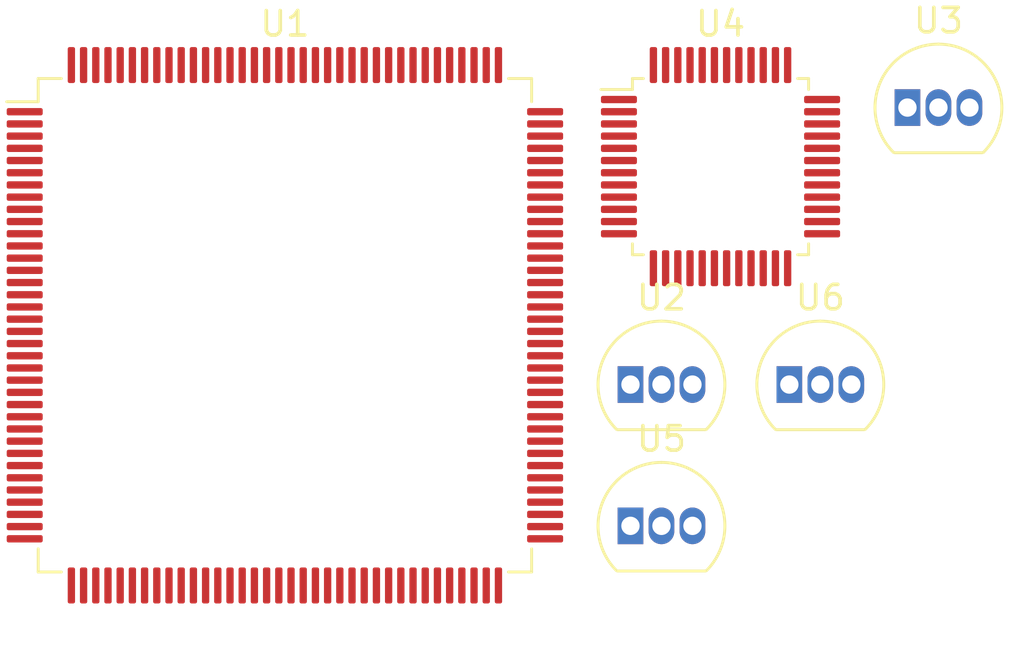
<source format=kicad_pcb>
(kicad_pcb (version 20171130) (host pcbnew "(5.1.8)-1")

  (general
    (thickness 1.6)
    (drawings 0)
    (tracks 0)
    (zones 0)
    (modules 6)
    (nets 195)
  )

  (page A4)
  (layers
    (0 F.Cu signal)
    (31 B.Cu signal)
    (32 B.Adhes user)
    (33 F.Adhes user)
    (34 B.Paste user)
    (35 F.Paste user)
    (36 B.SilkS user)
    (37 F.SilkS user)
    (38 B.Mask user)
    (39 F.Mask user)
    (40 Dwgs.User user)
    (41 Cmts.User user)
    (42 Eco1.User user)
    (43 Eco2.User user)
    (44 Edge.Cuts user)
    (45 Margin user)
    (46 B.CrtYd user)
    (47 F.CrtYd user)
    (48 B.Fab user)
    (49 F.Fab user)
  )

  (setup
    (last_trace_width 0.25)
    (trace_clearance 0.2)
    (zone_clearance 0.508)
    (zone_45_only no)
    (trace_min 0.2)
    (via_size 0.8)
    (via_drill 0.4)
    (via_min_size 0.4)
    (via_min_drill 0.3)
    (uvia_size 0.3)
    (uvia_drill 0.1)
    (uvias_allowed no)
    (uvia_min_size 0.2)
    (uvia_min_drill 0.1)
    (edge_width 0.05)
    (segment_width 0.2)
    (pcb_text_width 0.3)
    (pcb_text_size 1.5 1.5)
    (mod_edge_width 0.12)
    (mod_text_size 1 1)
    (mod_text_width 0.15)
    (pad_size 1.524 1.524)
    (pad_drill 0.762)
    (pad_to_mask_clearance 0)
    (aux_axis_origin 0 0)
    (visible_elements FFFFFF7F)
    (pcbplotparams
      (layerselection 0x010fc_ffffffff)
      (usegerberextensions false)
      (usegerberattributes true)
      (usegerberadvancedattributes true)
      (creategerberjobfile true)
      (excludeedgelayer true)
      (linewidth 0.100000)
      (plotframeref false)
      (viasonmask false)
      (mode 1)
      (useauxorigin false)
      (hpglpennumber 1)
      (hpglpenspeed 20)
      (hpglpendiameter 15.000000)
      (psnegative false)
      (psa4output false)
      (plotreference true)
      (plotvalue true)
      (plotinvisibletext false)
      (padsonsilk false)
      (subtractmaskfromsilk false)
      (outputformat 1)
      (mirror false)
      (drillshape 1)
      (scaleselection 1)
      (outputdirectory ""))
  )

  (net 0 "")
  (net 1 "Net-(U1-Pad144)")
  (net 2 "Net-(U1-Pad143)")
  (net 3 "Net-(U1-Pad142)")
  (net 4 "Net-(U1-Pad141)")
  (net 5 "Net-(U1-Pad140)")
  (net 6 "Net-(U1-Pad139)")
  (net 7 BOOT0)
  (net 8 "Net-(U1-Pad137)")
  (net 9 "Net-(U1-Pad136)")
  (net 10 PB5)
  (net 11 PB4)
  (net 12 PB3)
  (net 13 "Net-(U1-Pad132)")
  (net 14 "Net-(U1-Pad131)")
  (net 15 "Net-(U1-Pad130)")
  (net 16 "Net-(U1-Pad129)")
  (net 17 "Net-(U1-Pad128)")
  (net 18 "Net-(U1-Pad127)")
  (net 19 "Net-(U1-Pad126)")
  (net 20 "Net-(U1-Pad125)")
  (net 21 "Net-(U1-Pad124)")
  (net 22 "Net-(U1-Pad123)")
  (net 23 "Net-(U1-Pad122)")
  (net 24 "Net-(U1-Pad121)")
  (net 25 "Net-(U1-Pad120)")
  (net 26 "Net-(U1-Pad119)")
  (net 27 "Net-(U1-Pad118)")
  (net 28 "Net-(U1-Pad117)")
  (net 29 "Net-(U1-Pad116)")
  (net 30 "Net-(U1-Pad115)")
  (net 31 "Net-(U1-Pad114)")
  (net 32 "Net-(U1-Pad113)")
  (net 33 "Net-(U1-Pad112)")
  (net 34 "Net-(U1-Pad111)")
  (net 35 "Net-(U1-Pad110)")
  (net 36 "Net-(U1-Pad109)")
  (net 37 "Net-(U1-Pad108)")
  (net 38 "Net-(U1-Pad107)")
  (net 39 "Net-(U1-Pad106)")
  (net 40 "Net-(U1-Pad105)")
  (net 41 "Net-(U1-Pad104)")
  (net 42 "Net-(U1-Pad103)")
  (net 43 "Net-(U1-Pad102)")
  (net 44 "Net-(U1-Pad101)")
  (net 45 "Net-(U1-Pad100)")
  (net 46 "Net-(U1-Pad99)")
  (net 47 "Net-(U1-Pad98)")
  (net 48 "Net-(U1-Pad97)")
  (net 49 "Net-(U1-Pad96)")
  (net 50 "Net-(U1-Pad95)")
  (net 51 "Net-(U1-Pad94)")
  (net 52 "Net-(U1-Pad93)")
  (net 53 "Net-(U1-Pad92)")
  (net 54 "Net-(U1-Pad91)")
  (net 55 "Net-(U1-Pad90)")
  (net 56 "Net-(U1-Pad89)")
  (net 57 "Net-(U1-Pad88)")
  (net 58 "Net-(U1-Pad87)")
  (net 59 "Net-(U1-Pad86)")
  (net 60 "Net-(U1-Pad85)")
  (net 61 "Net-(U1-Pad84)")
  (net 62 "Net-(U1-Pad83)")
  (net 63 "Net-(U1-Pad82)")
  (net 64 "Net-(U1-Pad81)")
  (net 65 "Net-(U1-Pad80)")
  (net 66 "Net-(U1-Pad79)")
  (net 67 "Net-(U1-Pad78)")
  (net 68 "Net-(U1-Pad77)")
  (net 69 PB15)
  (net 70 PB14)
  (net 71 PB13)
  (net 72 "Net-(U1-Pad73)")
  (net 73 "Net-(U1-Pad72)")
  (net 74 "Net-(U1-Pad71)")
  (net 75 "Net-(U1-Pad70)")
  (net 76 "Net-(U1-Pad69)")
  (net 77 "Net-(U1-Pad68)")
  (net 78 "Net-(U1-Pad67)")
  (net 79 "Net-(U1-Pad66)")
  (net 80 "Net-(U1-Pad65)")
  (net 81 "Net-(U1-Pad64)")
  (net 82 "Net-(U1-Pad63)")
  (net 83 "Net-(U1-Pad62)")
  (net 84 "Net-(U1-Pad61)")
  (net 85 "Net-(U1-Pad60)")
  (net 86 "Net-(U1-Pad59)")
  (net 87 "Net-(U1-Pad58)")
  (net 88 "Net-(U1-Pad57)")
  (net 89 "Net-(U1-Pad56)")
  (net 90 "Net-(U1-Pad55)")
  (net 91 "Net-(U1-Pad54)")
  (net 92 "Net-(U1-Pad53)")
  (net 93 "Net-(U1-Pad52)")
  (net 94 "Net-(U1-Pad51)")
  (net 95 "Net-(U1-Pad50)")
  (net 96 "Net-(U1-Pad49)")
  (net 97 "Net-(U1-Pad48)")
  (net 98 "Net-(U1-Pad47)")
  (net 99 "Net-(U1-Pad46)")
  (net 100 "Net-(U1-Pad45)")
  (net 101 "Net-(U1-Pad44)")
  (net 102 "Net-(U1-Pad43)")
  (net 103 "Net-(U1-Pad42)")
  (net 104 "Net-(U1-Pad41)")
  (net 105 "Net-(U1-Pad40)")
  (net 106 "Net-(U1-Pad39)")
  (net 107 "Net-(U1-Pad38)")
  (net 108 "Net-(U1-Pad37)")
  (net 109 "Net-(U1-Pad36)")
  (net 110 "Net-(U1-Pad35)")
  (net 111 "Net-(U1-Pad34)")
  (net 112 "Net-(U1-Pad33)")
  (net 113 "Net-(U1-Pad32)")
  (net 114 "Net-(U1-Pad31)")
  (net 115 "Net-(U1-Pad30)")
  (net 116 "Net-(U1-Pad29)")
  (net 117 "Net-(U1-Pad28)")
  (net 118 "Net-(U1-Pad27)")
  (net 119 "Net-(U1-Pad26)")
  (net 120 NRST)
  (net 121 "Net-(U1-Pad24)")
  (net 122 "Net-(U1-Pad23)")
  (net 123 "Net-(U1-Pad22)")
  (net 124 "Net-(U1-Pad21)")
  (net 125 "Net-(U1-Pad20)")
  (net 126 "Net-(U1-Pad19)")
  (net 127 "Net-(U1-Pad18)")
  (net 128 "Net-(U1-Pad17)")
  (net 129 "Net-(U1-Pad16)")
  (net 130 "Net-(U1-Pad15)")
  (net 131 "Net-(U1-Pad14)")
  (net 132 "Net-(U1-Pad13)")
  (net 133 "Net-(U1-Pad12)")
  (net 134 "Net-(U1-Pad11)")
  (net 135 "Net-(U1-Pad10)")
  (net 136 "Net-(U1-Pad9)")
  (net 137 "Net-(U1-Pad8)")
  (net 138 "Net-(U1-Pad7)")
  (net 139 "Net-(U1-Pad6)")
  (net 140 "Net-(U1-Pad5)")
  (net 141 "Net-(U1-Pad4)")
  (net 142 "Net-(U1-Pad3)")
  (net 143 "Net-(U1-Pad2)")
  (net 144 "Net-(U1-Pad1)")
  (net 145 "Net-(U2-Pad1)")
  (net 146 "Net-(U2-Pad3)")
  (net 147 "Net-(U2-Pad2)")
  (net 148 "Net-(U3-Pad1)")
  (net 149 "Net-(U3-Pad3)")
  (net 150 "Net-(U3-Pad2)")
  (net 151 "Net-(U4-Pad14)")
  (net 152 "Net-(U4-Pad47)")
  (net 153 "Net-(U4-Pad46)")
  (net 154 "Net-(U4-Pad45)")
  (net 155 "Net-(U4-Pad44)")
  (net 156 "Net-(U4-Pad43)")
  (net 157 "Net-(U4-Pad42)")
  (net 158 "Net-(U4-Pad41)")
  (net 159 "Net-(U4-Pad40)")
  (net 160 "Net-(U4-Pad39)")
  (net 161 "Net-(U4-Pad38)")
  (net 162 "Net-(U4-Pad37)")
  (net 163 "Net-(U4-Pad36)")
  (net 164 "Net-(U4-Pad35)")
  (net 165 "Net-(U4-Pad34)")
  (net 166 "Net-(U4-Pad33)")
  (net 167 "Net-(U4-Pad32)")
  (net 168 "Net-(U4-Pad31)")
  (net 169 "Net-(U4-Pad30)")
  (net 170 "Net-(U4-Pad29)")
  (net 171 "Net-(U4-Pad28)")
  (net 172 "Net-(U4-Pad27)")
  (net 173 "Net-(U4-Pad26)")
  (net 174 "Net-(U4-Pad25)")
  (net 175 "Net-(U4-Pad24)")
  (net 176 "Net-(U4-Pad23)")
  (net 177 "Net-(U4-Pad22)")
  (net 178 "Net-(U4-Pad11)")
  (net 179 "Net-(U4-Pad20)")
  (net 180 "Net-(U4-Pad18)")
  (net 181 "Net-(U4-Pad13)")
  (net 182 "Net-(U4-Pad12)")
  (net 183 "Net-(U4-Pad10)")
  (net 184 "Net-(U4-Pad7)")
  (net 185 "Net-(U4-Pad6)")
  (net 186 "Net-(U4-Pad5)")
  (net 187 "Net-(U4-Pad2)")
  (net 188 "Net-(U4-Pad1)")
  (net 189 "Net-(U5-Pad1)")
  (net 190 "Net-(U5-Pad3)")
  (net 191 "Net-(U5-Pad2)")
  (net 192 "Net-(U6-Pad1)")
  (net 193 "Net-(U6-Pad3)")
  (net 194 "Net-(U6-Pad2)")

  (net_class Default "This is the default net class."
    (clearance 0.2)
    (trace_width 0.25)
    (via_dia 0.8)
    (via_drill 0.4)
    (uvia_dia 0.3)
    (uvia_drill 0.1)
    (add_net BOOT0)
    (add_net NRST)
    (add_net "Net-(U1-Pad1)")
    (add_net "Net-(U1-Pad10)")
    (add_net "Net-(U1-Pad100)")
    (add_net "Net-(U1-Pad101)")
    (add_net "Net-(U1-Pad102)")
    (add_net "Net-(U1-Pad103)")
    (add_net "Net-(U1-Pad104)")
    (add_net "Net-(U1-Pad105)")
    (add_net "Net-(U1-Pad106)")
    (add_net "Net-(U1-Pad107)")
    (add_net "Net-(U1-Pad108)")
    (add_net "Net-(U1-Pad109)")
    (add_net "Net-(U1-Pad11)")
    (add_net "Net-(U1-Pad110)")
    (add_net "Net-(U1-Pad111)")
    (add_net "Net-(U1-Pad112)")
    (add_net "Net-(U1-Pad113)")
    (add_net "Net-(U1-Pad114)")
    (add_net "Net-(U1-Pad115)")
    (add_net "Net-(U1-Pad116)")
    (add_net "Net-(U1-Pad117)")
    (add_net "Net-(U1-Pad118)")
    (add_net "Net-(U1-Pad119)")
    (add_net "Net-(U1-Pad12)")
    (add_net "Net-(U1-Pad120)")
    (add_net "Net-(U1-Pad121)")
    (add_net "Net-(U1-Pad122)")
    (add_net "Net-(U1-Pad123)")
    (add_net "Net-(U1-Pad124)")
    (add_net "Net-(U1-Pad125)")
    (add_net "Net-(U1-Pad126)")
    (add_net "Net-(U1-Pad127)")
    (add_net "Net-(U1-Pad128)")
    (add_net "Net-(U1-Pad129)")
    (add_net "Net-(U1-Pad13)")
    (add_net "Net-(U1-Pad130)")
    (add_net "Net-(U1-Pad131)")
    (add_net "Net-(U1-Pad132)")
    (add_net "Net-(U1-Pad136)")
    (add_net "Net-(U1-Pad137)")
    (add_net "Net-(U1-Pad139)")
    (add_net "Net-(U1-Pad14)")
    (add_net "Net-(U1-Pad140)")
    (add_net "Net-(U1-Pad141)")
    (add_net "Net-(U1-Pad142)")
    (add_net "Net-(U1-Pad143)")
    (add_net "Net-(U1-Pad144)")
    (add_net "Net-(U1-Pad15)")
    (add_net "Net-(U1-Pad16)")
    (add_net "Net-(U1-Pad17)")
    (add_net "Net-(U1-Pad18)")
    (add_net "Net-(U1-Pad19)")
    (add_net "Net-(U1-Pad2)")
    (add_net "Net-(U1-Pad20)")
    (add_net "Net-(U1-Pad21)")
    (add_net "Net-(U1-Pad22)")
    (add_net "Net-(U1-Pad23)")
    (add_net "Net-(U1-Pad24)")
    (add_net "Net-(U1-Pad26)")
    (add_net "Net-(U1-Pad27)")
    (add_net "Net-(U1-Pad28)")
    (add_net "Net-(U1-Pad29)")
    (add_net "Net-(U1-Pad3)")
    (add_net "Net-(U1-Pad30)")
    (add_net "Net-(U1-Pad31)")
    (add_net "Net-(U1-Pad32)")
    (add_net "Net-(U1-Pad33)")
    (add_net "Net-(U1-Pad34)")
    (add_net "Net-(U1-Pad35)")
    (add_net "Net-(U1-Pad36)")
    (add_net "Net-(U1-Pad37)")
    (add_net "Net-(U1-Pad38)")
    (add_net "Net-(U1-Pad39)")
    (add_net "Net-(U1-Pad4)")
    (add_net "Net-(U1-Pad40)")
    (add_net "Net-(U1-Pad41)")
    (add_net "Net-(U1-Pad42)")
    (add_net "Net-(U1-Pad43)")
    (add_net "Net-(U1-Pad44)")
    (add_net "Net-(U1-Pad45)")
    (add_net "Net-(U1-Pad46)")
    (add_net "Net-(U1-Pad47)")
    (add_net "Net-(U1-Pad48)")
    (add_net "Net-(U1-Pad49)")
    (add_net "Net-(U1-Pad5)")
    (add_net "Net-(U1-Pad50)")
    (add_net "Net-(U1-Pad51)")
    (add_net "Net-(U1-Pad52)")
    (add_net "Net-(U1-Pad53)")
    (add_net "Net-(U1-Pad54)")
    (add_net "Net-(U1-Pad55)")
    (add_net "Net-(U1-Pad56)")
    (add_net "Net-(U1-Pad57)")
    (add_net "Net-(U1-Pad58)")
    (add_net "Net-(U1-Pad59)")
    (add_net "Net-(U1-Pad6)")
    (add_net "Net-(U1-Pad60)")
    (add_net "Net-(U1-Pad61)")
    (add_net "Net-(U1-Pad62)")
    (add_net "Net-(U1-Pad63)")
    (add_net "Net-(U1-Pad64)")
    (add_net "Net-(U1-Pad65)")
    (add_net "Net-(U1-Pad66)")
    (add_net "Net-(U1-Pad67)")
    (add_net "Net-(U1-Pad68)")
    (add_net "Net-(U1-Pad69)")
    (add_net "Net-(U1-Pad7)")
    (add_net "Net-(U1-Pad70)")
    (add_net "Net-(U1-Pad71)")
    (add_net "Net-(U1-Pad72)")
    (add_net "Net-(U1-Pad73)")
    (add_net "Net-(U1-Pad77)")
    (add_net "Net-(U1-Pad78)")
    (add_net "Net-(U1-Pad79)")
    (add_net "Net-(U1-Pad8)")
    (add_net "Net-(U1-Pad80)")
    (add_net "Net-(U1-Pad81)")
    (add_net "Net-(U1-Pad82)")
    (add_net "Net-(U1-Pad83)")
    (add_net "Net-(U1-Pad84)")
    (add_net "Net-(U1-Pad85)")
    (add_net "Net-(U1-Pad86)")
    (add_net "Net-(U1-Pad87)")
    (add_net "Net-(U1-Pad88)")
    (add_net "Net-(U1-Pad89)")
    (add_net "Net-(U1-Pad9)")
    (add_net "Net-(U1-Pad90)")
    (add_net "Net-(U1-Pad91)")
    (add_net "Net-(U1-Pad92)")
    (add_net "Net-(U1-Pad93)")
    (add_net "Net-(U1-Pad94)")
    (add_net "Net-(U1-Pad95)")
    (add_net "Net-(U1-Pad96)")
    (add_net "Net-(U1-Pad97)")
    (add_net "Net-(U1-Pad98)")
    (add_net "Net-(U1-Pad99)")
    (add_net "Net-(U2-Pad1)")
    (add_net "Net-(U2-Pad2)")
    (add_net "Net-(U2-Pad3)")
    (add_net "Net-(U3-Pad1)")
    (add_net "Net-(U3-Pad2)")
    (add_net "Net-(U3-Pad3)")
    (add_net "Net-(U4-Pad1)")
    (add_net "Net-(U4-Pad10)")
    (add_net "Net-(U4-Pad11)")
    (add_net "Net-(U4-Pad12)")
    (add_net "Net-(U4-Pad13)")
    (add_net "Net-(U4-Pad14)")
    (add_net "Net-(U4-Pad18)")
    (add_net "Net-(U4-Pad2)")
    (add_net "Net-(U4-Pad20)")
    (add_net "Net-(U4-Pad22)")
    (add_net "Net-(U4-Pad23)")
    (add_net "Net-(U4-Pad24)")
    (add_net "Net-(U4-Pad25)")
    (add_net "Net-(U4-Pad26)")
    (add_net "Net-(U4-Pad27)")
    (add_net "Net-(U4-Pad28)")
    (add_net "Net-(U4-Pad29)")
    (add_net "Net-(U4-Pad30)")
    (add_net "Net-(U4-Pad31)")
    (add_net "Net-(U4-Pad32)")
    (add_net "Net-(U4-Pad33)")
    (add_net "Net-(U4-Pad34)")
    (add_net "Net-(U4-Pad35)")
    (add_net "Net-(U4-Pad36)")
    (add_net "Net-(U4-Pad37)")
    (add_net "Net-(U4-Pad38)")
    (add_net "Net-(U4-Pad39)")
    (add_net "Net-(U4-Pad40)")
    (add_net "Net-(U4-Pad41)")
    (add_net "Net-(U4-Pad42)")
    (add_net "Net-(U4-Pad43)")
    (add_net "Net-(U4-Pad44)")
    (add_net "Net-(U4-Pad45)")
    (add_net "Net-(U4-Pad46)")
    (add_net "Net-(U4-Pad47)")
    (add_net "Net-(U4-Pad5)")
    (add_net "Net-(U4-Pad6)")
    (add_net "Net-(U4-Pad7)")
    (add_net "Net-(U5-Pad1)")
    (add_net "Net-(U5-Pad2)")
    (add_net "Net-(U5-Pad3)")
    (add_net "Net-(U6-Pad1)")
    (add_net "Net-(U6-Pad2)")
    (add_net "Net-(U6-Pad3)")
    (add_net PB13)
    (add_net PB14)
    (add_net PB15)
    (add_net PB3)
    (add_net PB4)
    (add_net PB5)
  )

  (module Package_TO_SOT_THT:TO-92_Inline (layer F.Cu) (tedit 5A1DD157) (tstamp 5FC9179B)
    (at 65.365001 43.315001)
    (descr "TO-92 leads in-line, narrow, oval pads, drill 0.75mm (see NXP sot054_po.pdf)")
    (tags "to-92 sc-43 sc-43a sot54 PA33 transistor")
    (path /5FC99B4E)
    (fp_text reference U6 (at 1.27 -3.56) (layer F.SilkS)
      (effects (font (size 1 1) (thickness 0.15)))
    )
    (fp_text value DS18B20 (at 1.27 2.79) (layer F.Fab)
      (effects (font (size 1 1) (thickness 0.15)))
    )
    (fp_arc (start 1.27 0) (end 1.27 -2.6) (angle 135) (layer F.SilkS) (width 0.12))
    (fp_arc (start 1.27 0) (end 1.27 -2.48) (angle -135) (layer F.Fab) (width 0.1))
    (fp_arc (start 1.27 0) (end 1.27 -2.6) (angle -135) (layer F.SilkS) (width 0.12))
    (fp_arc (start 1.27 0) (end 1.27 -2.48) (angle 135) (layer F.Fab) (width 0.1))
    (fp_text user %R (at 1.27 0) (layer F.Fab)
      (effects (font (size 1 1) (thickness 0.15)))
    )
    (fp_line (start -0.53 1.85) (end 3.07 1.85) (layer F.SilkS) (width 0.12))
    (fp_line (start -0.5 1.75) (end 3 1.75) (layer F.Fab) (width 0.1))
    (fp_line (start -1.46 -2.73) (end 4 -2.73) (layer F.CrtYd) (width 0.05))
    (fp_line (start -1.46 -2.73) (end -1.46 2.01) (layer F.CrtYd) (width 0.05))
    (fp_line (start 4 2.01) (end 4 -2.73) (layer F.CrtYd) (width 0.05))
    (fp_line (start 4 2.01) (end -1.46 2.01) (layer F.CrtYd) (width 0.05))
    (pad 1 thru_hole rect (at 0 0) (size 1.05 1.5) (drill 0.75) (layers *.Cu *.Mask)
      (net 192 "Net-(U6-Pad1)"))
    (pad 3 thru_hole oval (at 2.54 0) (size 1.05 1.5) (drill 0.75) (layers *.Cu *.Mask)
      (net 193 "Net-(U6-Pad3)"))
    (pad 2 thru_hole oval (at 1.27 0) (size 1.05 1.5) (drill 0.75) (layers *.Cu *.Mask)
      (net 194 "Net-(U6-Pad2)"))
    (model ${KISYS3DMOD}/Package_TO_SOT_THT.3dshapes/TO-92_Inline.wrl
      (at (xyz 0 0 0))
      (scale (xyz 1 1 1))
      (rotate (xyz 0 0 0))
    )
  )

  (module Package_TO_SOT_THT:TO-92_Inline (layer F.Cu) (tedit 5A1DD157) (tstamp 5FC91789)
    (at 58.855001 49.105001)
    (descr "TO-92 leads in-line, narrow, oval pads, drill 0.75mm (see NXP sot054_po.pdf)")
    (tags "to-92 sc-43 sc-43a sot54 PA33 transistor")
    (path /5FC98556)
    (fp_text reference U5 (at 1.27 -3.56) (layer F.SilkS)
      (effects (font (size 1 1) (thickness 0.15)))
    )
    (fp_text value DS18B20 (at 1.27 2.79) (layer F.Fab)
      (effects (font (size 1 1) (thickness 0.15)))
    )
    (fp_arc (start 1.27 0) (end 1.27 -2.6) (angle 135) (layer F.SilkS) (width 0.12))
    (fp_arc (start 1.27 0) (end 1.27 -2.48) (angle -135) (layer F.Fab) (width 0.1))
    (fp_arc (start 1.27 0) (end 1.27 -2.6) (angle -135) (layer F.SilkS) (width 0.12))
    (fp_arc (start 1.27 0) (end 1.27 -2.48) (angle 135) (layer F.Fab) (width 0.1))
    (fp_text user %R (at 1.27 0) (layer F.Fab)
      (effects (font (size 1 1) (thickness 0.15)))
    )
    (fp_line (start -0.53 1.85) (end 3.07 1.85) (layer F.SilkS) (width 0.12))
    (fp_line (start -0.5 1.75) (end 3 1.75) (layer F.Fab) (width 0.1))
    (fp_line (start -1.46 -2.73) (end 4 -2.73) (layer F.CrtYd) (width 0.05))
    (fp_line (start -1.46 -2.73) (end -1.46 2.01) (layer F.CrtYd) (width 0.05))
    (fp_line (start 4 2.01) (end 4 -2.73) (layer F.CrtYd) (width 0.05))
    (fp_line (start 4 2.01) (end -1.46 2.01) (layer F.CrtYd) (width 0.05))
    (pad 1 thru_hole rect (at 0 0) (size 1.05 1.5) (drill 0.75) (layers *.Cu *.Mask)
      (net 189 "Net-(U5-Pad1)"))
    (pad 3 thru_hole oval (at 2.54 0) (size 1.05 1.5) (drill 0.75) (layers *.Cu *.Mask)
      (net 190 "Net-(U5-Pad3)"))
    (pad 2 thru_hole oval (at 1.27 0) (size 1.05 1.5) (drill 0.75) (layers *.Cu *.Mask)
      (net 191 "Net-(U5-Pad2)"))
    (model ${KISYS3DMOD}/Package_TO_SOT_THT.3dshapes/TO-92_Inline.wrl
      (at (xyz 0 0 0))
      (scale (xyz 1 1 1))
      (rotate (xyz 0 0 0))
    )
  )

  (module Package_QFP:LQFP-48_7x7mm_P0.5mm (layer F.Cu) (tedit 5D9F72AF) (tstamp 5FC91777)
    (at 62.545001 34.385001)
    (descr "LQFP, 48 Pin (https://www.analog.com/media/en/technical-documentation/data-sheets/ltc2358-16.pdf), generated with kicad-footprint-generator ipc_gullwing_generator.py")
    (tags "LQFP QFP")
    (path /5FC9C20A)
    (attr smd)
    (fp_text reference U4 (at 0 -5.85) (layer F.SilkS)
      (effects (font (size 1 1) (thickness 0.15)))
    )
    (fp_text value W5500 (at 0 5.85) (layer F.Fab)
      (effects (font (size 1 1) (thickness 0.15)))
    )
    (fp_text user %R (at 0 0) (layer F.Fab)
      (effects (font (size 1 1) (thickness 0.15)))
    )
    (fp_line (start 3.16 3.61) (end 3.61 3.61) (layer F.SilkS) (width 0.12))
    (fp_line (start 3.61 3.61) (end 3.61 3.16) (layer F.SilkS) (width 0.12))
    (fp_line (start -3.16 3.61) (end -3.61 3.61) (layer F.SilkS) (width 0.12))
    (fp_line (start -3.61 3.61) (end -3.61 3.16) (layer F.SilkS) (width 0.12))
    (fp_line (start 3.16 -3.61) (end 3.61 -3.61) (layer F.SilkS) (width 0.12))
    (fp_line (start 3.61 -3.61) (end 3.61 -3.16) (layer F.SilkS) (width 0.12))
    (fp_line (start -3.16 -3.61) (end -3.61 -3.61) (layer F.SilkS) (width 0.12))
    (fp_line (start -3.61 -3.61) (end -3.61 -3.16) (layer F.SilkS) (width 0.12))
    (fp_line (start -3.61 -3.16) (end -4.9 -3.16) (layer F.SilkS) (width 0.12))
    (fp_line (start -2.5 -3.5) (end 3.5 -3.5) (layer F.Fab) (width 0.1))
    (fp_line (start 3.5 -3.5) (end 3.5 3.5) (layer F.Fab) (width 0.1))
    (fp_line (start 3.5 3.5) (end -3.5 3.5) (layer F.Fab) (width 0.1))
    (fp_line (start -3.5 3.5) (end -3.5 -2.5) (layer F.Fab) (width 0.1))
    (fp_line (start -3.5 -2.5) (end -2.5 -3.5) (layer F.Fab) (width 0.1))
    (fp_line (start 0 -5.15) (end -3.15 -5.15) (layer F.CrtYd) (width 0.05))
    (fp_line (start -3.15 -5.15) (end -3.15 -3.75) (layer F.CrtYd) (width 0.05))
    (fp_line (start -3.15 -3.75) (end -3.75 -3.75) (layer F.CrtYd) (width 0.05))
    (fp_line (start -3.75 -3.75) (end -3.75 -3.15) (layer F.CrtYd) (width 0.05))
    (fp_line (start -3.75 -3.15) (end -5.15 -3.15) (layer F.CrtYd) (width 0.05))
    (fp_line (start -5.15 -3.15) (end -5.15 0) (layer F.CrtYd) (width 0.05))
    (fp_line (start 0 -5.15) (end 3.15 -5.15) (layer F.CrtYd) (width 0.05))
    (fp_line (start 3.15 -5.15) (end 3.15 -3.75) (layer F.CrtYd) (width 0.05))
    (fp_line (start 3.15 -3.75) (end 3.75 -3.75) (layer F.CrtYd) (width 0.05))
    (fp_line (start 3.75 -3.75) (end 3.75 -3.15) (layer F.CrtYd) (width 0.05))
    (fp_line (start 3.75 -3.15) (end 5.15 -3.15) (layer F.CrtYd) (width 0.05))
    (fp_line (start 5.15 -3.15) (end 5.15 0) (layer F.CrtYd) (width 0.05))
    (fp_line (start 0 5.15) (end -3.15 5.15) (layer F.CrtYd) (width 0.05))
    (fp_line (start -3.15 5.15) (end -3.15 3.75) (layer F.CrtYd) (width 0.05))
    (fp_line (start -3.15 3.75) (end -3.75 3.75) (layer F.CrtYd) (width 0.05))
    (fp_line (start -3.75 3.75) (end -3.75 3.15) (layer F.CrtYd) (width 0.05))
    (fp_line (start -3.75 3.15) (end -5.15 3.15) (layer F.CrtYd) (width 0.05))
    (fp_line (start -5.15 3.15) (end -5.15 0) (layer F.CrtYd) (width 0.05))
    (fp_line (start 0 5.15) (end 3.15 5.15) (layer F.CrtYd) (width 0.05))
    (fp_line (start 3.15 5.15) (end 3.15 3.75) (layer F.CrtYd) (width 0.05))
    (fp_line (start 3.15 3.75) (end 3.75 3.75) (layer F.CrtYd) (width 0.05))
    (fp_line (start 3.75 3.75) (end 3.75 3.15) (layer F.CrtYd) (width 0.05))
    (fp_line (start 3.75 3.15) (end 5.15 3.15) (layer F.CrtYd) (width 0.05))
    (fp_line (start 5.15 3.15) (end 5.15 0) (layer F.CrtYd) (width 0.05))
    (pad 48 smd roundrect (at -2.75 -4.1625) (size 0.3 1.475) (layers F.Cu F.Paste F.Mask) (roundrect_rratio 0.25)
      (net 151 "Net-(U4-Pad14)"))
    (pad 47 smd roundrect (at -2.25 -4.1625) (size 0.3 1.475) (layers F.Cu F.Paste F.Mask) (roundrect_rratio 0.25)
      (net 152 "Net-(U4-Pad47)"))
    (pad 46 smd roundrect (at -1.75 -4.1625) (size 0.3 1.475) (layers F.Cu F.Paste F.Mask) (roundrect_rratio 0.25)
      (net 153 "Net-(U4-Pad46)"))
    (pad 45 smd roundrect (at -1.25 -4.1625) (size 0.3 1.475) (layers F.Cu F.Paste F.Mask) (roundrect_rratio 0.25)
      (net 154 "Net-(U4-Pad45)"))
    (pad 44 smd roundrect (at -0.75 -4.1625) (size 0.3 1.475) (layers F.Cu F.Paste F.Mask) (roundrect_rratio 0.25)
      (net 155 "Net-(U4-Pad44)"))
    (pad 43 smd roundrect (at -0.25 -4.1625) (size 0.3 1.475) (layers F.Cu F.Paste F.Mask) (roundrect_rratio 0.25)
      (net 156 "Net-(U4-Pad43)"))
    (pad 42 smd roundrect (at 0.25 -4.1625) (size 0.3 1.475) (layers F.Cu F.Paste F.Mask) (roundrect_rratio 0.25)
      (net 157 "Net-(U4-Pad42)"))
    (pad 41 smd roundrect (at 0.75 -4.1625) (size 0.3 1.475) (layers F.Cu F.Paste F.Mask) (roundrect_rratio 0.25)
      (net 158 "Net-(U4-Pad41)"))
    (pad 40 smd roundrect (at 1.25 -4.1625) (size 0.3 1.475) (layers F.Cu F.Paste F.Mask) (roundrect_rratio 0.25)
      (net 159 "Net-(U4-Pad40)"))
    (pad 39 smd roundrect (at 1.75 -4.1625) (size 0.3 1.475) (layers F.Cu F.Paste F.Mask) (roundrect_rratio 0.25)
      (net 160 "Net-(U4-Pad39)"))
    (pad 38 smd roundrect (at 2.25 -4.1625) (size 0.3 1.475) (layers F.Cu F.Paste F.Mask) (roundrect_rratio 0.25)
      (net 161 "Net-(U4-Pad38)"))
    (pad 37 smd roundrect (at 2.75 -4.1625) (size 0.3 1.475) (layers F.Cu F.Paste F.Mask) (roundrect_rratio 0.25)
      (net 162 "Net-(U4-Pad37)"))
    (pad 36 smd roundrect (at 4.1625 -2.75) (size 1.475 0.3) (layers F.Cu F.Paste F.Mask) (roundrect_rratio 0.25)
      (net 163 "Net-(U4-Pad36)"))
    (pad 35 smd roundrect (at 4.1625 -2.25) (size 1.475 0.3) (layers F.Cu F.Paste F.Mask) (roundrect_rratio 0.25)
      (net 164 "Net-(U4-Pad35)"))
    (pad 34 smd roundrect (at 4.1625 -1.75) (size 1.475 0.3) (layers F.Cu F.Paste F.Mask) (roundrect_rratio 0.25)
      (net 165 "Net-(U4-Pad34)"))
    (pad 33 smd roundrect (at 4.1625 -1.25) (size 1.475 0.3) (layers F.Cu F.Paste F.Mask) (roundrect_rratio 0.25)
      (net 166 "Net-(U4-Pad33)"))
    (pad 32 smd roundrect (at 4.1625 -0.75) (size 1.475 0.3) (layers F.Cu F.Paste F.Mask) (roundrect_rratio 0.25)
      (net 167 "Net-(U4-Pad32)"))
    (pad 31 smd roundrect (at 4.1625 -0.25) (size 1.475 0.3) (layers F.Cu F.Paste F.Mask) (roundrect_rratio 0.25)
      (net 168 "Net-(U4-Pad31)"))
    (pad 30 smd roundrect (at 4.1625 0.25) (size 1.475 0.3) (layers F.Cu F.Paste F.Mask) (roundrect_rratio 0.25)
      (net 169 "Net-(U4-Pad30)"))
    (pad 29 smd roundrect (at 4.1625 0.75) (size 1.475 0.3) (layers F.Cu F.Paste F.Mask) (roundrect_rratio 0.25)
      (net 170 "Net-(U4-Pad29)"))
    (pad 28 smd roundrect (at 4.1625 1.25) (size 1.475 0.3) (layers F.Cu F.Paste F.Mask) (roundrect_rratio 0.25)
      (net 171 "Net-(U4-Pad28)"))
    (pad 27 smd roundrect (at 4.1625 1.75) (size 1.475 0.3) (layers F.Cu F.Paste F.Mask) (roundrect_rratio 0.25)
      (net 172 "Net-(U4-Pad27)"))
    (pad 26 smd roundrect (at 4.1625 2.25) (size 1.475 0.3) (layers F.Cu F.Paste F.Mask) (roundrect_rratio 0.25)
      (net 173 "Net-(U4-Pad26)"))
    (pad 25 smd roundrect (at 4.1625 2.75) (size 1.475 0.3) (layers F.Cu F.Paste F.Mask) (roundrect_rratio 0.25)
      (net 174 "Net-(U4-Pad25)"))
    (pad 24 smd roundrect (at 2.75 4.1625) (size 0.3 1.475) (layers F.Cu F.Paste F.Mask) (roundrect_rratio 0.25)
      (net 175 "Net-(U4-Pad24)"))
    (pad 23 smd roundrect (at 2.25 4.1625) (size 0.3 1.475) (layers F.Cu F.Paste F.Mask) (roundrect_rratio 0.25)
      (net 176 "Net-(U4-Pad23)"))
    (pad 22 smd roundrect (at 1.75 4.1625) (size 0.3 1.475) (layers F.Cu F.Paste F.Mask) (roundrect_rratio 0.25)
      (net 177 "Net-(U4-Pad22)"))
    (pad 21 smd roundrect (at 1.25 4.1625) (size 0.3 1.475) (layers F.Cu F.Paste F.Mask) (roundrect_rratio 0.25)
      (net 178 "Net-(U4-Pad11)"))
    (pad 20 smd roundrect (at 0.75 4.1625) (size 0.3 1.475) (layers F.Cu F.Paste F.Mask) (roundrect_rratio 0.25)
      (net 179 "Net-(U4-Pad20)"))
    (pad 19 smd roundrect (at 0.25 4.1625) (size 0.3 1.475) (layers F.Cu F.Paste F.Mask) (roundrect_rratio 0.25)
      (net 151 "Net-(U4-Pad14)"))
    (pad 18 smd roundrect (at -0.25 4.1625) (size 0.3 1.475) (layers F.Cu F.Paste F.Mask) (roundrect_rratio 0.25)
      (net 180 "Net-(U4-Pad18)"))
    (pad 17 smd roundrect (at -0.75 4.1625) (size 0.3 1.475) (layers F.Cu F.Paste F.Mask) (roundrect_rratio 0.25)
      (net 178 "Net-(U4-Pad11)"))
    (pad 16 smd roundrect (at -1.25 4.1625) (size 0.3 1.475) (layers F.Cu F.Paste F.Mask) (roundrect_rratio 0.25)
      (net 151 "Net-(U4-Pad14)"))
    (pad 15 smd roundrect (at -1.75 4.1625) (size 0.3 1.475) (layers F.Cu F.Paste F.Mask) (roundrect_rratio 0.25)
      (net 178 "Net-(U4-Pad11)"))
    (pad 14 smd roundrect (at -2.25 4.1625) (size 0.3 1.475) (layers F.Cu F.Paste F.Mask) (roundrect_rratio 0.25)
      (net 151 "Net-(U4-Pad14)"))
    (pad 13 smd roundrect (at -2.75 4.1625) (size 0.3 1.475) (layers F.Cu F.Paste F.Mask) (roundrect_rratio 0.25)
      (net 181 "Net-(U4-Pad13)"))
    (pad 12 smd roundrect (at -4.1625 2.75) (size 1.475 0.3) (layers F.Cu F.Paste F.Mask) (roundrect_rratio 0.25)
      (net 182 "Net-(U4-Pad12)"))
    (pad 11 smd roundrect (at -4.1625 2.25) (size 1.475 0.3) (layers F.Cu F.Paste F.Mask) (roundrect_rratio 0.25)
      (net 178 "Net-(U4-Pad11)"))
    (pad 10 smd roundrect (at -4.1625 1.75) (size 1.475 0.3) (layers F.Cu F.Paste F.Mask) (roundrect_rratio 0.25)
      (net 183 "Net-(U4-Pad10)"))
    (pad 9 smd roundrect (at -4.1625 1.25) (size 1.475 0.3) (layers F.Cu F.Paste F.Mask) (roundrect_rratio 0.25)
      (net 151 "Net-(U4-Pad14)"))
    (pad 8 smd roundrect (at -4.1625 0.75) (size 1.475 0.3) (layers F.Cu F.Paste F.Mask) (roundrect_rratio 0.25)
      (net 178 "Net-(U4-Pad11)"))
    (pad 7 smd roundrect (at -4.1625 0.25) (size 1.475 0.3) (layers F.Cu F.Paste F.Mask) (roundrect_rratio 0.25)
      (net 184 "Net-(U4-Pad7)"))
    (pad 6 smd roundrect (at -4.1625 -0.25) (size 1.475 0.3) (layers F.Cu F.Paste F.Mask) (roundrect_rratio 0.25)
      (net 185 "Net-(U4-Pad6)"))
    (pad 5 smd roundrect (at -4.1625 -0.75) (size 1.475 0.3) (layers F.Cu F.Paste F.Mask) (roundrect_rratio 0.25)
      (net 186 "Net-(U4-Pad5)"))
    (pad 4 smd roundrect (at -4.1625 -1.25) (size 1.475 0.3) (layers F.Cu F.Paste F.Mask) (roundrect_rratio 0.25)
      (net 178 "Net-(U4-Pad11)"))
    (pad 3 smd roundrect (at -4.1625 -1.75) (size 1.475 0.3) (layers F.Cu F.Paste F.Mask) (roundrect_rratio 0.25)
      (net 151 "Net-(U4-Pad14)"))
    (pad 2 smd roundrect (at -4.1625 -2.25) (size 1.475 0.3) (layers F.Cu F.Paste F.Mask) (roundrect_rratio 0.25)
      (net 187 "Net-(U4-Pad2)"))
    (pad 1 smd roundrect (at -4.1625 -2.75) (size 1.475 0.3) (layers F.Cu F.Paste F.Mask) (roundrect_rratio 0.25)
      (net 188 "Net-(U4-Pad1)"))
    (model ${KISYS3DMOD}/Package_QFP.3dshapes/LQFP-48_7x7mm_P0.5mm.wrl
      (at (xyz 0 0 0))
      (scale (xyz 1 1 1))
      (rotate (xyz 0 0 0))
    )
  )

  (module Package_TO_SOT_THT:TO-92_Inline (layer F.Cu) (tedit 5A1DD157) (tstamp 5FC9171C)
    (at 70.205001 31.965001)
    (descr "TO-92 leads in-line, narrow, oval pads, drill 0.75mm (see NXP sot054_po.pdf)")
    (tags "to-92 sc-43 sc-43a sot54 PA33 transistor")
    (path /5FC96500)
    (fp_text reference U3 (at 1.27 -3.56) (layer F.SilkS)
      (effects (font (size 1 1) (thickness 0.15)))
    )
    (fp_text value DS18B20 (at 1.27 2.79) (layer F.Fab)
      (effects (font (size 1 1) (thickness 0.15)))
    )
    (fp_arc (start 1.27 0) (end 1.27 -2.6) (angle 135) (layer F.SilkS) (width 0.12))
    (fp_arc (start 1.27 0) (end 1.27 -2.48) (angle -135) (layer F.Fab) (width 0.1))
    (fp_arc (start 1.27 0) (end 1.27 -2.6) (angle -135) (layer F.SilkS) (width 0.12))
    (fp_arc (start 1.27 0) (end 1.27 -2.48) (angle 135) (layer F.Fab) (width 0.1))
    (fp_text user %R (at 1.27 0) (layer F.Fab)
      (effects (font (size 1 1) (thickness 0.15)))
    )
    (fp_line (start -0.53 1.85) (end 3.07 1.85) (layer F.SilkS) (width 0.12))
    (fp_line (start -0.5 1.75) (end 3 1.75) (layer F.Fab) (width 0.1))
    (fp_line (start -1.46 -2.73) (end 4 -2.73) (layer F.CrtYd) (width 0.05))
    (fp_line (start -1.46 -2.73) (end -1.46 2.01) (layer F.CrtYd) (width 0.05))
    (fp_line (start 4 2.01) (end 4 -2.73) (layer F.CrtYd) (width 0.05))
    (fp_line (start 4 2.01) (end -1.46 2.01) (layer F.CrtYd) (width 0.05))
    (pad 1 thru_hole rect (at 0 0) (size 1.05 1.5) (drill 0.75) (layers *.Cu *.Mask)
      (net 148 "Net-(U3-Pad1)"))
    (pad 3 thru_hole oval (at 2.54 0) (size 1.05 1.5) (drill 0.75) (layers *.Cu *.Mask)
      (net 149 "Net-(U3-Pad3)"))
    (pad 2 thru_hole oval (at 1.27 0) (size 1.05 1.5) (drill 0.75) (layers *.Cu *.Mask)
      (net 150 "Net-(U3-Pad2)"))
    (model ${KISYS3DMOD}/Package_TO_SOT_THT.3dshapes/TO-92_Inline.wrl
      (at (xyz 0 0 0))
      (scale (xyz 1 1 1))
      (rotate (xyz 0 0 0))
    )
  )

  (module Package_TO_SOT_THT:TO-92_Inline (layer F.Cu) (tedit 5A1DD157) (tstamp 5FC9170A)
    (at 58.855001 43.315001)
    (descr "TO-92 leads in-line, narrow, oval pads, drill 0.75mm (see NXP sot054_po.pdf)")
    (tags "to-92 sc-43 sc-43a sot54 PA33 transistor")
    (path /5FC957FE)
    (fp_text reference U2 (at 1.27 -3.56) (layer F.SilkS)
      (effects (font (size 1 1) (thickness 0.15)))
    )
    (fp_text value DS18B20 (at 1.27 2.79) (layer F.Fab)
      (effects (font (size 1 1) (thickness 0.15)))
    )
    (fp_arc (start 1.27 0) (end 1.27 -2.6) (angle 135) (layer F.SilkS) (width 0.12))
    (fp_arc (start 1.27 0) (end 1.27 -2.48) (angle -135) (layer F.Fab) (width 0.1))
    (fp_arc (start 1.27 0) (end 1.27 -2.6) (angle -135) (layer F.SilkS) (width 0.12))
    (fp_arc (start 1.27 0) (end 1.27 -2.48) (angle 135) (layer F.Fab) (width 0.1))
    (fp_text user %R (at 1.27 0) (layer F.Fab)
      (effects (font (size 1 1) (thickness 0.15)))
    )
    (fp_line (start -0.53 1.85) (end 3.07 1.85) (layer F.SilkS) (width 0.12))
    (fp_line (start -0.5 1.75) (end 3 1.75) (layer F.Fab) (width 0.1))
    (fp_line (start -1.46 -2.73) (end 4 -2.73) (layer F.CrtYd) (width 0.05))
    (fp_line (start -1.46 -2.73) (end -1.46 2.01) (layer F.CrtYd) (width 0.05))
    (fp_line (start 4 2.01) (end 4 -2.73) (layer F.CrtYd) (width 0.05))
    (fp_line (start 4 2.01) (end -1.46 2.01) (layer F.CrtYd) (width 0.05))
    (pad 1 thru_hole rect (at 0 0) (size 1.05 1.5) (drill 0.75) (layers *.Cu *.Mask)
      (net 145 "Net-(U2-Pad1)"))
    (pad 3 thru_hole oval (at 2.54 0) (size 1.05 1.5) (drill 0.75) (layers *.Cu *.Mask)
      (net 146 "Net-(U2-Pad3)"))
    (pad 2 thru_hole oval (at 1.27 0) (size 1.05 1.5) (drill 0.75) (layers *.Cu *.Mask)
      (net 147 "Net-(U2-Pad2)"))
    (model ${KISYS3DMOD}/Package_TO_SOT_THT.3dshapes/TO-92_Inline.wrl
      (at (xyz 0 0 0))
      (scale (xyz 1 1 1))
      (rotate (xyz 0 0 0))
    )
  )

  (module Package_QFP:LQFP-144_20x20mm_P0.5mm (layer F.Cu) (tedit 5D9F72B0) (tstamp 5FC916F8)
    (at 44.695001 40.885001)
    (descr "LQFP, 144 Pin (http://ww1.microchip.com/downloads/en/PackagingSpec/00000049BQ.pdf#page=425), generated with kicad-footprint-generator ipc_gullwing_generator.py")
    (tags "LQFP QFP")
    (path /5FC89CF6)
    (attr smd)
    (fp_text reference U1 (at 0 -12.35) (layer F.SilkS)
      (effects (font (size 1 1) (thickness 0.15)))
    )
    (fp_text value STM32F103ZETx (at 0 12.35) (layer F.Fab)
      (effects (font (size 1 1) (thickness 0.15)))
    )
    (fp_text user %R (at 0 0) (layer F.Fab)
      (effects (font (size 1 1) (thickness 0.15)))
    )
    (fp_line (start 9.16 10.11) (end 10.11 10.11) (layer F.SilkS) (width 0.12))
    (fp_line (start 10.11 10.11) (end 10.11 9.16) (layer F.SilkS) (width 0.12))
    (fp_line (start -9.16 10.11) (end -10.11 10.11) (layer F.SilkS) (width 0.12))
    (fp_line (start -10.11 10.11) (end -10.11 9.16) (layer F.SilkS) (width 0.12))
    (fp_line (start 9.16 -10.11) (end 10.11 -10.11) (layer F.SilkS) (width 0.12))
    (fp_line (start 10.11 -10.11) (end 10.11 -9.16) (layer F.SilkS) (width 0.12))
    (fp_line (start -9.16 -10.11) (end -10.11 -10.11) (layer F.SilkS) (width 0.12))
    (fp_line (start -10.11 -10.11) (end -10.11 -9.16) (layer F.SilkS) (width 0.12))
    (fp_line (start -10.11 -9.16) (end -11.4 -9.16) (layer F.SilkS) (width 0.12))
    (fp_line (start -9 -10) (end 10 -10) (layer F.Fab) (width 0.1))
    (fp_line (start 10 -10) (end 10 10) (layer F.Fab) (width 0.1))
    (fp_line (start 10 10) (end -10 10) (layer F.Fab) (width 0.1))
    (fp_line (start -10 10) (end -10 -9) (layer F.Fab) (width 0.1))
    (fp_line (start -10 -9) (end -9 -10) (layer F.Fab) (width 0.1))
    (fp_line (start 0 -11.65) (end -9.15 -11.65) (layer F.CrtYd) (width 0.05))
    (fp_line (start -9.15 -11.65) (end -9.15 -10.25) (layer F.CrtYd) (width 0.05))
    (fp_line (start -9.15 -10.25) (end -10.25 -10.25) (layer F.CrtYd) (width 0.05))
    (fp_line (start -10.25 -10.25) (end -10.25 -9.15) (layer F.CrtYd) (width 0.05))
    (fp_line (start -10.25 -9.15) (end -11.65 -9.15) (layer F.CrtYd) (width 0.05))
    (fp_line (start -11.65 -9.15) (end -11.65 0) (layer F.CrtYd) (width 0.05))
    (fp_line (start 0 -11.65) (end 9.15 -11.65) (layer F.CrtYd) (width 0.05))
    (fp_line (start 9.15 -11.65) (end 9.15 -10.25) (layer F.CrtYd) (width 0.05))
    (fp_line (start 9.15 -10.25) (end 10.25 -10.25) (layer F.CrtYd) (width 0.05))
    (fp_line (start 10.25 -10.25) (end 10.25 -9.15) (layer F.CrtYd) (width 0.05))
    (fp_line (start 10.25 -9.15) (end 11.65 -9.15) (layer F.CrtYd) (width 0.05))
    (fp_line (start 11.65 -9.15) (end 11.65 0) (layer F.CrtYd) (width 0.05))
    (fp_line (start 0 11.65) (end -9.15 11.65) (layer F.CrtYd) (width 0.05))
    (fp_line (start -9.15 11.65) (end -9.15 10.25) (layer F.CrtYd) (width 0.05))
    (fp_line (start -9.15 10.25) (end -10.25 10.25) (layer F.CrtYd) (width 0.05))
    (fp_line (start -10.25 10.25) (end -10.25 9.15) (layer F.CrtYd) (width 0.05))
    (fp_line (start -10.25 9.15) (end -11.65 9.15) (layer F.CrtYd) (width 0.05))
    (fp_line (start -11.65 9.15) (end -11.65 0) (layer F.CrtYd) (width 0.05))
    (fp_line (start 0 11.65) (end 9.15 11.65) (layer F.CrtYd) (width 0.05))
    (fp_line (start 9.15 11.65) (end 9.15 10.25) (layer F.CrtYd) (width 0.05))
    (fp_line (start 9.15 10.25) (end 10.25 10.25) (layer F.CrtYd) (width 0.05))
    (fp_line (start 10.25 10.25) (end 10.25 9.15) (layer F.CrtYd) (width 0.05))
    (fp_line (start 10.25 9.15) (end 11.65 9.15) (layer F.CrtYd) (width 0.05))
    (fp_line (start 11.65 9.15) (end 11.65 0) (layer F.CrtYd) (width 0.05))
    (pad 144 smd roundrect (at -8.75 -10.6625) (size 0.3 1.475) (layers F.Cu F.Paste F.Mask) (roundrect_rratio 0.25)
      (net 1 "Net-(U1-Pad144)"))
    (pad 143 smd roundrect (at -8.25 -10.6625) (size 0.3 1.475) (layers F.Cu F.Paste F.Mask) (roundrect_rratio 0.25)
      (net 2 "Net-(U1-Pad143)"))
    (pad 142 smd roundrect (at -7.75 -10.6625) (size 0.3 1.475) (layers F.Cu F.Paste F.Mask) (roundrect_rratio 0.25)
      (net 3 "Net-(U1-Pad142)"))
    (pad 141 smd roundrect (at -7.25 -10.6625) (size 0.3 1.475) (layers F.Cu F.Paste F.Mask) (roundrect_rratio 0.25)
      (net 4 "Net-(U1-Pad141)"))
    (pad 140 smd roundrect (at -6.75 -10.6625) (size 0.3 1.475) (layers F.Cu F.Paste F.Mask) (roundrect_rratio 0.25)
      (net 5 "Net-(U1-Pad140)"))
    (pad 139 smd roundrect (at -6.25 -10.6625) (size 0.3 1.475) (layers F.Cu F.Paste F.Mask) (roundrect_rratio 0.25)
      (net 6 "Net-(U1-Pad139)"))
    (pad 138 smd roundrect (at -5.75 -10.6625) (size 0.3 1.475) (layers F.Cu F.Paste F.Mask) (roundrect_rratio 0.25)
      (net 7 BOOT0))
    (pad 137 smd roundrect (at -5.25 -10.6625) (size 0.3 1.475) (layers F.Cu F.Paste F.Mask) (roundrect_rratio 0.25)
      (net 8 "Net-(U1-Pad137)"))
    (pad 136 smd roundrect (at -4.75 -10.6625) (size 0.3 1.475) (layers F.Cu F.Paste F.Mask) (roundrect_rratio 0.25)
      (net 9 "Net-(U1-Pad136)"))
    (pad 135 smd roundrect (at -4.25 -10.6625) (size 0.3 1.475) (layers F.Cu F.Paste F.Mask) (roundrect_rratio 0.25)
      (net 10 PB5))
    (pad 134 smd roundrect (at -3.75 -10.6625) (size 0.3 1.475) (layers F.Cu F.Paste F.Mask) (roundrect_rratio 0.25)
      (net 11 PB4))
    (pad 133 smd roundrect (at -3.25 -10.6625) (size 0.3 1.475) (layers F.Cu F.Paste F.Mask) (roundrect_rratio 0.25)
      (net 12 PB3))
    (pad 132 smd roundrect (at -2.75 -10.6625) (size 0.3 1.475) (layers F.Cu F.Paste F.Mask) (roundrect_rratio 0.25)
      (net 13 "Net-(U1-Pad132)"))
    (pad 131 smd roundrect (at -2.25 -10.6625) (size 0.3 1.475) (layers F.Cu F.Paste F.Mask) (roundrect_rratio 0.25)
      (net 14 "Net-(U1-Pad131)"))
    (pad 130 smd roundrect (at -1.75 -10.6625) (size 0.3 1.475) (layers F.Cu F.Paste F.Mask) (roundrect_rratio 0.25)
      (net 15 "Net-(U1-Pad130)"))
    (pad 129 smd roundrect (at -1.25 -10.6625) (size 0.3 1.475) (layers F.Cu F.Paste F.Mask) (roundrect_rratio 0.25)
      (net 16 "Net-(U1-Pad129)"))
    (pad 128 smd roundrect (at -0.75 -10.6625) (size 0.3 1.475) (layers F.Cu F.Paste F.Mask) (roundrect_rratio 0.25)
      (net 17 "Net-(U1-Pad128)"))
    (pad 127 smd roundrect (at -0.25 -10.6625) (size 0.3 1.475) (layers F.Cu F.Paste F.Mask) (roundrect_rratio 0.25)
      (net 18 "Net-(U1-Pad127)"))
    (pad 126 smd roundrect (at 0.25 -10.6625) (size 0.3 1.475) (layers F.Cu F.Paste F.Mask) (roundrect_rratio 0.25)
      (net 19 "Net-(U1-Pad126)"))
    (pad 125 smd roundrect (at 0.75 -10.6625) (size 0.3 1.475) (layers F.Cu F.Paste F.Mask) (roundrect_rratio 0.25)
      (net 20 "Net-(U1-Pad125)"))
    (pad 124 smd roundrect (at 1.25 -10.6625) (size 0.3 1.475) (layers F.Cu F.Paste F.Mask) (roundrect_rratio 0.25)
      (net 21 "Net-(U1-Pad124)"))
    (pad 123 smd roundrect (at 1.75 -10.6625) (size 0.3 1.475) (layers F.Cu F.Paste F.Mask) (roundrect_rratio 0.25)
      (net 22 "Net-(U1-Pad123)"))
    (pad 122 smd roundrect (at 2.25 -10.6625) (size 0.3 1.475) (layers F.Cu F.Paste F.Mask) (roundrect_rratio 0.25)
      (net 23 "Net-(U1-Pad122)"))
    (pad 121 smd roundrect (at 2.75 -10.6625) (size 0.3 1.475) (layers F.Cu F.Paste F.Mask) (roundrect_rratio 0.25)
      (net 24 "Net-(U1-Pad121)"))
    (pad 120 smd roundrect (at 3.25 -10.6625) (size 0.3 1.475) (layers F.Cu F.Paste F.Mask) (roundrect_rratio 0.25)
      (net 25 "Net-(U1-Pad120)"))
    (pad 119 smd roundrect (at 3.75 -10.6625) (size 0.3 1.475) (layers F.Cu F.Paste F.Mask) (roundrect_rratio 0.25)
      (net 26 "Net-(U1-Pad119)"))
    (pad 118 smd roundrect (at 4.25 -10.6625) (size 0.3 1.475) (layers F.Cu F.Paste F.Mask) (roundrect_rratio 0.25)
      (net 27 "Net-(U1-Pad118)"))
    (pad 117 smd roundrect (at 4.75 -10.6625) (size 0.3 1.475) (layers F.Cu F.Paste F.Mask) (roundrect_rratio 0.25)
      (net 28 "Net-(U1-Pad117)"))
    (pad 116 smd roundrect (at 5.25 -10.6625) (size 0.3 1.475) (layers F.Cu F.Paste F.Mask) (roundrect_rratio 0.25)
      (net 29 "Net-(U1-Pad116)"))
    (pad 115 smd roundrect (at 5.75 -10.6625) (size 0.3 1.475) (layers F.Cu F.Paste F.Mask) (roundrect_rratio 0.25)
      (net 30 "Net-(U1-Pad115)"))
    (pad 114 smd roundrect (at 6.25 -10.6625) (size 0.3 1.475) (layers F.Cu F.Paste F.Mask) (roundrect_rratio 0.25)
      (net 31 "Net-(U1-Pad114)"))
    (pad 113 smd roundrect (at 6.75 -10.6625) (size 0.3 1.475) (layers F.Cu F.Paste F.Mask) (roundrect_rratio 0.25)
      (net 32 "Net-(U1-Pad113)"))
    (pad 112 smd roundrect (at 7.25 -10.6625) (size 0.3 1.475) (layers F.Cu F.Paste F.Mask) (roundrect_rratio 0.25)
      (net 33 "Net-(U1-Pad112)"))
    (pad 111 smd roundrect (at 7.75 -10.6625) (size 0.3 1.475) (layers F.Cu F.Paste F.Mask) (roundrect_rratio 0.25)
      (net 34 "Net-(U1-Pad111)"))
    (pad 110 smd roundrect (at 8.25 -10.6625) (size 0.3 1.475) (layers F.Cu F.Paste F.Mask) (roundrect_rratio 0.25)
      (net 35 "Net-(U1-Pad110)"))
    (pad 109 smd roundrect (at 8.75 -10.6625) (size 0.3 1.475) (layers F.Cu F.Paste F.Mask) (roundrect_rratio 0.25)
      (net 36 "Net-(U1-Pad109)"))
    (pad 108 smd roundrect (at 10.6625 -8.75) (size 1.475 0.3) (layers F.Cu F.Paste F.Mask) (roundrect_rratio 0.25)
      (net 37 "Net-(U1-Pad108)"))
    (pad 107 smd roundrect (at 10.6625 -8.25) (size 1.475 0.3) (layers F.Cu F.Paste F.Mask) (roundrect_rratio 0.25)
      (net 38 "Net-(U1-Pad107)"))
    (pad 106 smd roundrect (at 10.6625 -7.75) (size 1.475 0.3) (layers F.Cu F.Paste F.Mask) (roundrect_rratio 0.25)
      (net 39 "Net-(U1-Pad106)"))
    (pad 105 smd roundrect (at 10.6625 -7.25) (size 1.475 0.3) (layers F.Cu F.Paste F.Mask) (roundrect_rratio 0.25)
      (net 40 "Net-(U1-Pad105)"))
    (pad 104 smd roundrect (at 10.6625 -6.75) (size 1.475 0.3) (layers F.Cu F.Paste F.Mask) (roundrect_rratio 0.25)
      (net 41 "Net-(U1-Pad104)"))
    (pad 103 smd roundrect (at 10.6625 -6.25) (size 1.475 0.3) (layers F.Cu F.Paste F.Mask) (roundrect_rratio 0.25)
      (net 42 "Net-(U1-Pad103)"))
    (pad 102 smd roundrect (at 10.6625 -5.75) (size 1.475 0.3) (layers F.Cu F.Paste F.Mask) (roundrect_rratio 0.25)
      (net 43 "Net-(U1-Pad102)"))
    (pad 101 smd roundrect (at 10.6625 -5.25) (size 1.475 0.3) (layers F.Cu F.Paste F.Mask) (roundrect_rratio 0.25)
      (net 44 "Net-(U1-Pad101)"))
    (pad 100 smd roundrect (at 10.6625 -4.75) (size 1.475 0.3) (layers F.Cu F.Paste F.Mask) (roundrect_rratio 0.25)
      (net 45 "Net-(U1-Pad100)"))
    (pad 99 smd roundrect (at 10.6625 -4.25) (size 1.475 0.3) (layers F.Cu F.Paste F.Mask) (roundrect_rratio 0.25)
      (net 46 "Net-(U1-Pad99)"))
    (pad 98 smd roundrect (at 10.6625 -3.75) (size 1.475 0.3) (layers F.Cu F.Paste F.Mask) (roundrect_rratio 0.25)
      (net 47 "Net-(U1-Pad98)"))
    (pad 97 smd roundrect (at 10.6625 -3.25) (size 1.475 0.3) (layers F.Cu F.Paste F.Mask) (roundrect_rratio 0.25)
      (net 48 "Net-(U1-Pad97)"))
    (pad 96 smd roundrect (at 10.6625 -2.75) (size 1.475 0.3) (layers F.Cu F.Paste F.Mask) (roundrect_rratio 0.25)
      (net 49 "Net-(U1-Pad96)"))
    (pad 95 smd roundrect (at 10.6625 -2.25) (size 1.475 0.3) (layers F.Cu F.Paste F.Mask) (roundrect_rratio 0.25)
      (net 50 "Net-(U1-Pad95)"))
    (pad 94 smd roundrect (at 10.6625 -1.75) (size 1.475 0.3) (layers F.Cu F.Paste F.Mask) (roundrect_rratio 0.25)
      (net 51 "Net-(U1-Pad94)"))
    (pad 93 smd roundrect (at 10.6625 -1.25) (size 1.475 0.3) (layers F.Cu F.Paste F.Mask) (roundrect_rratio 0.25)
      (net 52 "Net-(U1-Pad93)"))
    (pad 92 smd roundrect (at 10.6625 -0.75) (size 1.475 0.3) (layers F.Cu F.Paste F.Mask) (roundrect_rratio 0.25)
      (net 53 "Net-(U1-Pad92)"))
    (pad 91 smd roundrect (at 10.6625 -0.25) (size 1.475 0.3) (layers F.Cu F.Paste F.Mask) (roundrect_rratio 0.25)
      (net 54 "Net-(U1-Pad91)"))
    (pad 90 smd roundrect (at 10.6625 0.25) (size 1.475 0.3) (layers F.Cu F.Paste F.Mask) (roundrect_rratio 0.25)
      (net 55 "Net-(U1-Pad90)"))
    (pad 89 smd roundrect (at 10.6625 0.75) (size 1.475 0.3) (layers F.Cu F.Paste F.Mask) (roundrect_rratio 0.25)
      (net 56 "Net-(U1-Pad89)"))
    (pad 88 smd roundrect (at 10.6625 1.25) (size 1.475 0.3) (layers F.Cu F.Paste F.Mask) (roundrect_rratio 0.25)
      (net 57 "Net-(U1-Pad88)"))
    (pad 87 smd roundrect (at 10.6625 1.75) (size 1.475 0.3) (layers F.Cu F.Paste F.Mask) (roundrect_rratio 0.25)
      (net 58 "Net-(U1-Pad87)"))
    (pad 86 smd roundrect (at 10.6625 2.25) (size 1.475 0.3) (layers F.Cu F.Paste F.Mask) (roundrect_rratio 0.25)
      (net 59 "Net-(U1-Pad86)"))
    (pad 85 smd roundrect (at 10.6625 2.75) (size 1.475 0.3) (layers F.Cu F.Paste F.Mask) (roundrect_rratio 0.25)
      (net 60 "Net-(U1-Pad85)"))
    (pad 84 smd roundrect (at 10.6625 3.25) (size 1.475 0.3) (layers F.Cu F.Paste F.Mask) (roundrect_rratio 0.25)
      (net 61 "Net-(U1-Pad84)"))
    (pad 83 smd roundrect (at 10.6625 3.75) (size 1.475 0.3) (layers F.Cu F.Paste F.Mask) (roundrect_rratio 0.25)
      (net 62 "Net-(U1-Pad83)"))
    (pad 82 smd roundrect (at 10.6625 4.25) (size 1.475 0.3) (layers F.Cu F.Paste F.Mask) (roundrect_rratio 0.25)
      (net 63 "Net-(U1-Pad82)"))
    (pad 81 smd roundrect (at 10.6625 4.75) (size 1.475 0.3) (layers F.Cu F.Paste F.Mask) (roundrect_rratio 0.25)
      (net 64 "Net-(U1-Pad81)"))
    (pad 80 smd roundrect (at 10.6625 5.25) (size 1.475 0.3) (layers F.Cu F.Paste F.Mask) (roundrect_rratio 0.25)
      (net 65 "Net-(U1-Pad80)"))
    (pad 79 smd roundrect (at 10.6625 5.75) (size 1.475 0.3) (layers F.Cu F.Paste F.Mask) (roundrect_rratio 0.25)
      (net 66 "Net-(U1-Pad79)"))
    (pad 78 smd roundrect (at 10.6625 6.25) (size 1.475 0.3) (layers F.Cu F.Paste F.Mask) (roundrect_rratio 0.25)
      (net 67 "Net-(U1-Pad78)"))
    (pad 77 smd roundrect (at 10.6625 6.75) (size 1.475 0.3) (layers F.Cu F.Paste F.Mask) (roundrect_rratio 0.25)
      (net 68 "Net-(U1-Pad77)"))
    (pad 76 smd roundrect (at 10.6625 7.25) (size 1.475 0.3) (layers F.Cu F.Paste F.Mask) (roundrect_rratio 0.25)
      (net 69 PB15))
    (pad 75 smd roundrect (at 10.6625 7.75) (size 1.475 0.3) (layers F.Cu F.Paste F.Mask) (roundrect_rratio 0.25)
      (net 70 PB14))
    (pad 74 smd roundrect (at 10.6625 8.25) (size 1.475 0.3) (layers F.Cu F.Paste F.Mask) (roundrect_rratio 0.25)
      (net 71 PB13))
    (pad 73 smd roundrect (at 10.6625 8.75) (size 1.475 0.3) (layers F.Cu F.Paste F.Mask) (roundrect_rratio 0.25)
      (net 72 "Net-(U1-Pad73)"))
    (pad 72 smd roundrect (at 8.75 10.6625) (size 0.3 1.475) (layers F.Cu F.Paste F.Mask) (roundrect_rratio 0.25)
      (net 73 "Net-(U1-Pad72)"))
    (pad 71 smd roundrect (at 8.25 10.6625) (size 0.3 1.475) (layers F.Cu F.Paste F.Mask) (roundrect_rratio 0.25)
      (net 74 "Net-(U1-Pad71)"))
    (pad 70 smd roundrect (at 7.75 10.6625) (size 0.3 1.475) (layers F.Cu F.Paste F.Mask) (roundrect_rratio 0.25)
      (net 75 "Net-(U1-Pad70)"))
    (pad 69 smd roundrect (at 7.25 10.6625) (size 0.3 1.475) (layers F.Cu F.Paste F.Mask) (roundrect_rratio 0.25)
      (net 76 "Net-(U1-Pad69)"))
    (pad 68 smd roundrect (at 6.75 10.6625) (size 0.3 1.475) (layers F.Cu F.Paste F.Mask) (roundrect_rratio 0.25)
      (net 77 "Net-(U1-Pad68)"))
    (pad 67 smd roundrect (at 6.25 10.6625) (size 0.3 1.475) (layers F.Cu F.Paste F.Mask) (roundrect_rratio 0.25)
      (net 78 "Net-(U1-Pad67)"))
    (pad 66 smd roundrect (at 5.75 10.6625) (size 0.3 1.475) (layers F.Cu F.Paste F.Mask) (roundrect_rratio 0.25)
      (net 79 "Net-(U1-Pad66)"))
    (pad 65 smd roundrect (at 5.25 10.6625) (size 0.3 1.475) (layers F.Cu F.Paste F.Mask) (roundrect_rratio 0.25)
      (net 80 "Net-(U1-Pad65)"))
    (pad 64 smd roundrect (at 4.75 10.6625) (size 0.3 1.475) (layers F.Cu F.Paste F.Mask) (roundrect_rratio 0.25)
      (net 81 "Net-(U1-Pad64)"))
    (pad 63 smd roundrect (at 4.25 10.6625) (size 0.3 1.475) (layers F.Cu F.Paste F.Mask) (roundrect_rratio 0.25)
      (net 82 "Net-(U1-Pad63)"))
    (pad 62 smd roundrect (at 3.75 10.6625) (size 0.3 1.475) (layers F.Cu F.Paste F.Mask) (roundrect_rratio 0.25)
      (net 83 "Net-(U1-Pad62)"))
    (pad 61 smd roundrect (at 3.25 10.6625) (size 0.3 1.475) (layers F.Cu F.Paste F.Mask) (roundrect_rratio 0.25)
      (net 84 "Net-(U1-Pad61)"))
    (pad 60 smd roundrect (at 2.75 10.6625) (size 0.3 1.475) (layers F.Cu F.Paste F.Mask) (roundrect_rratio 0.25)
      (net 85 "Net-(U1-Pad60)"))
    (pad 59 smd roundrect (at 2.25 10.6625) (size 0.3 1.475) (layers F.Cu F.Paste F.Mask) (roundrect_rratio 0.25)
      (net 86 "Net-(U1-Pad59)"))
    (pad 58 smd roundrect (at 1.75 10.6625) (size 0.3 1.475) (layers F.Cu F.Paste F.Mask) (roundrect_rratio 0.25)
      (net 87 "Net-(U1-Pad58)"))
    (pad 57 smd roundrect (at 1.25 10.6625) (size 0.3 1.475) (layers F.Cu F.Paste F.Mask) (roundrect_rratio 0.25)
      (net 88 "Net-(U1-Pad57)"))
    (pad 56 smd roundrect (at 0.75 10.6625) (size 0.3 1.475) (layers F.Cu F.Paste F.Mask) (roundrect_rratio 0.25)
      (net 89 "Net-(U1-Pad56)"))
    (pad 55 smd roundrect (at 0.25 10.6625) (size 0.3 1.475) (layers F.Cu F.Paste F.Mask) (roundrect_rratio 0.25)
      (net 90 "Net-(U1-Pad55)"))
    (pad 54 smd roundrect (at -0.25 10.6625) (size 0.3 1.475) (layers F.Cu F.Paste F.Mask) (roundrect_rratio 0.25)
      (net 91 "Net-(U1-Pad54)"))
    (pad 53 smd roundrect (at -0.75 10.6625) (size 0.3 1.475) (layers F.Cu F.Paste F.Mask) (roundrect_rratio 0.25)
      (net 92 "Net-(U1-Pad53)"))
    (pad 52 smd roundrect (at -1.25 10.6625) (size 0.3 1.475) (layers F.Cu F.Paste F.Mask) (roundrect_rratio 0.25)
      (net 93 "Net-(U1-Pad52)"))
    (pad 51 smd roundrect (at -1.75 10.6625) (size 0.3 1.475) (layers F.Cu F.Paste F.Mask) (roundrect_rratio 0.25)
      (net 94 "Net-(U1-Pad51)"))
    (pad 50 smd roundrect (at -2.25 10.6625) (size 0.3 1.475) (layers F.Cu F.Paste F.Mask) (roundrect_rratio 0.25)
      (net 95 "Net-(U1-Pad50)"))
    (pad 49 smd roundrect (at -2.75 10.6625) (size 0.3 1.475) (layers F.Cu F.Paste F.Mask) (roundrect_rratio 0.25)
      (net 96 "Net-(U1-Pad49)"))
    (pad 48 smd roundrect (at -3.25 10.6625) (size 0.3 1.475) (layers F.Cu F.Paste F.Mask) (roundrect_rratio 0.25)
      (net 97 "Net-(U1-Pad48)"))
    (pad 47 smd roundrect (at -3.75 10.6625) (size 0.3 1.475) (layers F.Cu F.Paste F.Mask) (roundrect_rratio 0.25)
      (net 98 "Net-(U1-Pad47)"))
    (pad 46 smd roundrect (at -4.25 10.6625) (size 0.3 1.475) (layers F.Cu F.Paste F.Mask) (roundrect_rratio 0.25)
      (net 99 "Net-(U1-Pad46)"))
    (pad 45 smd roundrect (at -4.75 10.6625) (size 0.3 1.475) (layers F.Cu F.Paste F.Mask) (roundrect_rratio 0.25)
      (net 100 "Net-(U1-Pad45)"))
    (pad 44 smd roundrect (at -5.25 10.6625) (size 0.3 1.475) (layers F.Cu F.Paste F.Mask) (roundrect_rratio 0.25)
      (net 101 "Net-(U1-Pad44)"))
    (pad 43 smd roundrect (at -5.75 10.6625) (size 0.3 1.475) (layers F.Cu F.Paste F.Mask) (roundrect_rratio 0.25)
      (net 102 "Net-(U1-Pad43)"))
    (pad 42 smd roundrect (at -6.25 10.6625) (size 0.3 1.475) (layers F.Cu F.Paste F.Mask) (roundrect_rratio 0.25)
      (net 103 "Net-(U1-Pad42)"))
    (pad 41 smd roundrect (at -6.75 10.6625) (size 0.3 1.475) (layers F.Cu F.Paste F.Mask) (roundrect_rratio 0.25)
      (net 104 "Net-(U1-Pad41)"))
    (pad 40 smd roundrect (at -7.25 10.6625) (size 0.3 1.475) (layers F.Cu F.Paste F.Mask) (roundrect_rratio 0.25)
      (net 105 "Net-(U1-Pad40)"))
    (pad 39 smd roundrect (at -7.75 10.6625) (size 0.3 1.475) (layers F.Cu F.Paste F.Mask) (roundrect_rratio 0.25)
      (net 106 "Net-(U1-Pad39)"))
    (pad 38 smd roundrect (at -8.25 10.6625) (size 0.3 1.475) (layers F.Cu F.Paste F.Mask) (roundrect_rratio 0.25)
      (net 107 "Net-(U1-Pad38)"))
    (pad 37 smd roundrect (at -8.75 10.6625) (size 0.3 1.475) (layers F.Cu F.Paste F.Mask) (roundrect_rratio 0.25)
      (net 108 "Net-(U1-Pad37)"))
    (pad 36 smd roundrect (at -10.6625 8.75) (size 1.475 0.3) (layers F.Cu F.Paste F.Mask) (roundrect_rratio 0.25)
      (net 109 "Net-(U1-Pad36)"))
    (pad 35 smd roundrect (at -10.6625 8.25) (size 1.475 0.3) (layers F.Cu F.Paste F.Mask) (roundrect_rratio 0.25)
      (net 110 "Net-(U1-Pad35)"))
    (pad 34 smd roundrect (at -10.6625 7.75) (size 1.475 0.3) (layers F.Cu F.Paste F.Mask) (roundrect_rratio 0.25)
      (net 111 "Net-(U1-Pad34)"))
    (pad 33 smd roundrect (at -10.6625 7.25) (size 1.475 0.3) (layers F.Cu F.Paste F.Mask) (roundrect_rratio 0.25)
      (net 112 "Net-(U1-Pad33)"))
    (pad 32 smd roundrect (at -10.6625 6.75) (size 1.475 0.3) (layers F.Cu F.Paste F.Mask) (roundrect_rratio 0.25)
      (net 113 "Net-(U1-Pad32)"))
    (pad 31 smd roundrect (at -10.6625 6.25) (size 1.475 0.3) (layers F.Cu F.Paste F.Mask) (roundrect_rratio 0.25)
      (net 114 "Net-(U1-Pad31)"))
    (pad 30 smd roundrect (at -10.6625 5.75) (size 1.475 0.3) (layers F.Cu F.Paste F.Mask) (roundrect_rratio 0.25)
      (net 115 "Net-(U1-Pad30)"))
    (pad 29 smd roundrect (at -10.6625 5.25) (size 1.475 0.3) (layers F.Cu F.Paste F.Mask) (roundrect_rratio 0.25)
      (net 116 "Net-(U1-Pad29)"))
    (pad 28 smd roundrect (at -10.6625 4.75) (size 1.475 0.3) (layers F.Cu F.Paste F.Mask) (roundrect_rratio 0.25)
      (net 117 "Net-(U1-Pad28)"))
    (pad 27 smd roundrect (at -10.6625 4.25) (size 1.475 0.3) (layers F.Cu F.Paste F.Mask) (roundrect_rratio 0.25)
      (net 118 "Net-(U1-Pad27)"))
    (pad 26 smd roundrect (at -10.6625 3.75) (size 1.475 0.3) (layers F.Cu F.Paste F.Mask) (roundrect_rratio 0.25)
      (net 119 "Net-(U1-Pad26)"))
    (pad 25 smd roundrect (at -10.6625 3.25) (size 1.475 0.3) (layers F.Cu F.Paste F.Mask) (roundrect_rratio 0.25)
      (net 120 NRST))
    (pad 24 smd roundrect (at -10.6625 2.75) (size 1.475 0.3) (layers F.Cu F.Paste F.Mask) (roundrect_rratio 0.25)
      (net 121 "Net-(U1-Pad24)"))
    (pad 23 smd roundrect (at -10.6625 2.25) (size 1.475 0.3) (layers F.Cu F.Paste F.Mask) (roundrect_rratio 0.25)
      (net 122 "Net-(U1-Pad23)"))
    (pad 22 smd roundrect (at -10.6625 1.75) (size 1.475 0.3) (layers F.Cu F.Paste F.Mask) (roundrect_rratio 0.25)
      (net 123 "Net-(U1-Pad22)"))
    (pad 21 smd roundrect (at -10.6625 1.25) (size 1.475 0.3) (layers F.Cu F.Paste F.Mask) (roundrect_rratio 0.25)
      (net 124 "Net-(U1-Pad21)"))
    (pad 20 smd roundrect (at -10.6625 0.75) (size 1.475 0.3) (layers F.Cu F.Paste F.Mask) (roundrect_rratio 0.25)
      (net 125 "Net-(U1-Pad20)"))
    (pad 19 smd roundrect (at -10.6625 0.25) (size 1.475 0.3) (layers F.Cu F.Paste F.Mask) (roundrect_rratio 0.25)
      (net 126 "Net-(U1-Pad19)"))
    (pad 18 smd roundrect (at -10.6625 -0.25) (size 1.475 0.3) (layers F.Cu F.Paste F.Mask) (roundrect_rratio 0.25)
      (net 127 "Net-(U1-Pad18)"))
    (pad 17 smd roundrect (at -10.6625 -0.75) (size 1.475 0.3) (layers F.Cu F.Paste F.Mask) (roundrect_rratio 0.25)
      (net 128 "Net-(U1-Pad17)"))
    (pad 16 smd roundrect (at -10.6625 -1.25) (size 1.475 0.3) (layers F.Cu F.Paste F.Mask) (roundrect_rratio 0.25)
      (net 129 "Net-(U1-Pad16)"))
    (pad 15 smd roundrect (at -10.6625 -1.75) (size 1.475 0.3) (layers F.Cu F.Paste F.Mask) (roundrect_rratio 0.25)
      (net 130 "Net-(U1-Pad15)"))
    (pad 14 smd roundrect (at -10.6625 -2.25) (size 1.475 0.3) (layers F.Cu F.Paste F.Mask) (roundrect_rratio 0.25)
      (net 131 "Net-(U1-Pad14)"))
    (pad 13 smd roundrect (at -10.6625 -2.75) (size 1.475 0.3) (layers F.Cu F.Paste F.Mask) (roundrect_rratio 0.25)
      (net 132 "Net-(U1-Pad13)"))
    (pad 12 smd roundrect (at -10.6625 -3.25) (size 1.475 0.3) (layers F.Cu F.Paste F.Mask) (roundrect_rratio 0.25)
      (net 133 "Net-(U1-Pad12)"))
    (pad 11 smd roundrect (at -10.6625 -3.75) (size 1.475 0.3) (layers F.Cu F.Paste F.Mask) (roundrect_rratio 0.25)
      (net 134 "Net-(U1-Pad11)"))
    (pad 10 smd roundrect (at -10.6625 -4.25) (size 1.475 0.3) (layers F.Cu F.Paste F.Mask) (roundrect_rratio 0.25)
      (net 135 "Net-(U1-Pad10)"))
    (pad 9 smd roundrect (at -10.6625 -4.75) (size 1.475 0.3) (layers F.Cu F.Paste F.Mask) (roundrect_rratio 0.25)
      (net 136 "Net-(U1-Pad9)"))
    (pad 8 smd roundrect (at -10.6625 -5.25) (size 1.475 0.3) (layers F.Cu F.Paste F.Mask) (roundrect_rratio 0.25)
      (net 137 "Net-(U1-Pad8)"))
    (pad 7 smd roundrect (at -10.6625 -5.75) (size 1.475 0.3) (layers F.Cu F.Paste F.Mask) (roundrect_rratio 0.25)
      (net 138 "Net-(U1-Pad7)"))
    (pad 6 smd roundrect (at -10.6625 -6.25) (size 1.475 0.3) (layers F.Cu F.Paste F.Mask) (roundrect_rratio 0.25)
      (net 139 "Net-(U1-Pad6)"))
    (pad 5 smd roundrect (at -10.6625 -6.75) (size 1.475 0.3) (layers F.Cu F.Paste F.Mask) (roundrect_rratio 0.25)
      (net 140 "Net-(U1-Pad5)"))
    (pad 4 smd roundrect (at -10.6625 -7.25) (size 1.475 0.3) (layers F.Cu F.Paste F.Mask) (roundrect_rratio 0.25)
      (net 141 "Net-(U1-Pad4)"))
    (pad 3 smd roundrect (at -10.6625 -7.75) (size 1.475 0.3) (layers F.Cu F.Paste F.Mask) (roundrect_rratio 0.25)
      (net 142 "Net-(U1-Pad3)"))
    (pad 2 smd roundrect (at -10.6625 -8.25) (size 1.475 0.3) (layers F.Cu F.Paste F.Mask) (roundrect_rratio 0.25)
      (net 143 "Net-(U1-Pad2)"))
    (pad 1 smd roundrect (at -10.6625 -8.75) (size 1.475 0.3) (layers F.Cu F.Paste F.Mask) (roundrect_rratio 0.25)
      (net 144 "Net-(U1-Pad1)"))
    (model ${KISYS3DMOD}/Package_QFP.3dshapes/LQFP-144_20x20mm_P0.5mm.wrl
      (at (xyz 0 0 0))
      (scale (xyz 1 1 1))
      (rotate (xyz 0 0 0))
    )
  )

)

</source>
